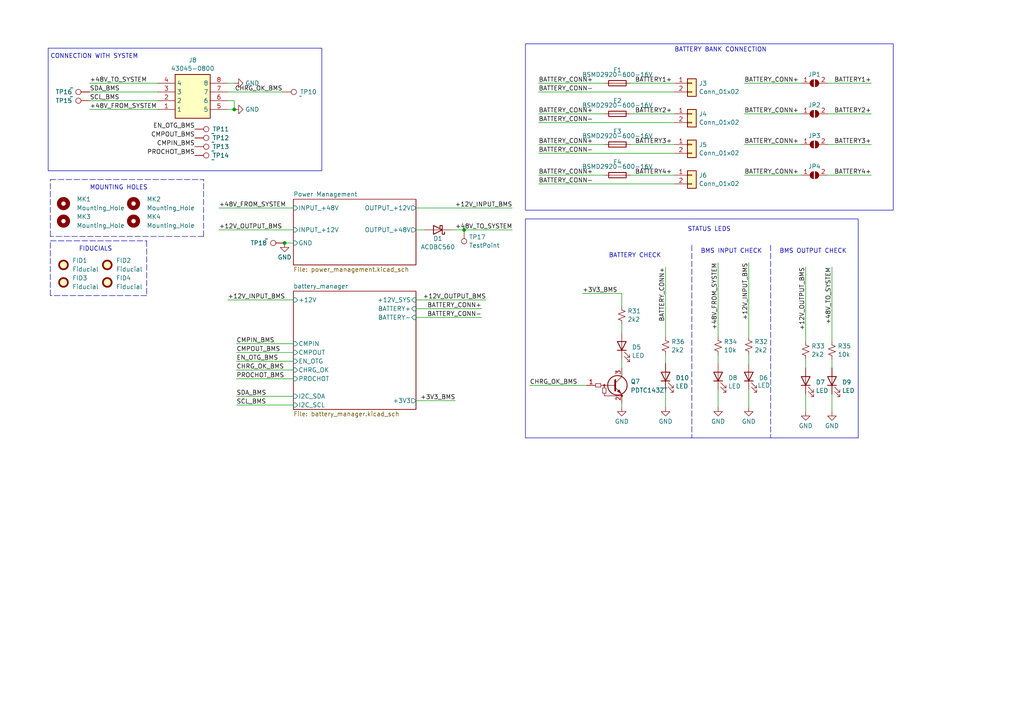
<source format=kicad_sch>
(kicad_sch (version 20230121) (generator eeschema)
  (paper "A4")
  (title_block (date "2023-08-11") (rev "1.0.0"))
  (lib_symbols
    (symbol "Connector:43045-0800"
      (property "Reference" "J" (at 16.51 7.62 0))
      (property "Value" "43045-0800" (at 16.51 5.08 0))
      (symbol "43045-0800_1_1"
        (rectangle (start 5.08 2.54) (end 15.24 -10.16) (stroke (width 0.254)) (fill (type background)))
        (pin passive line (at 0 -7.62 0) (length 5.08) (name "1") (number "1"))
        (pin passive line (at 0 -5.08 0) (length 5.08) (name "2") (number "2"))
        (pin passive line (at 0 -2.54 0) (length 5.08) (name "3") (number "3"))
        (pin passive line (at 0 0 0) (length 5.08) (name "4") (number "4"))
        (pin passive line (at 20.32 -7.62 180) (length 5.08) (name "5") (number "5"))
        (pin passive line (at 20.32 -5.08 180) (length 5.08) (name "6") (number "6"))
        (pin passive line (at 20.32 -2.54 180) (length 5.08) (name "7") (number "7"))
        (pin passive line (at 20.32 0 180) (length 5.08) (name "8") (number "8"))
      )
    )
    (symbol "Connector:TestPoint" (pin_numbers hide) (pin_names (offset 0.762) hide)
      (property "Reference" "TP" (at 0 6.858 0))
      (property "Value" "TestPoint" (at 0 5.08 0))
      (symbol "TestPoint_0_1"
        (circle (center 0 3.302) (radius 0.762))
      )
      (symbol "TestPoint_1_1"
        (pin passive line (at 0 0 90) (length 2.54) (name "1") (number "1"))
      )
    )
    (symbol "Connector_Generic:Conn_01x02" (pin_names (offset 1.016) hide)
      (property "Reference" "J" (at 0 2.54 0))
      (property "Value" "Conn_01x02" (at 0 -5.08 0))
      (symbol "Conn_01x02_1_1"
        (rectangle (start -1.27 -2.413) (end 0 -2.667) (stroke (width 0.1524)))
        (rectangle (start -1.27 0.127) (end 0 -0.127) (stroke (width 0.1524)))
        (rectangle (start -1.27 1.27) (end 1.27 -3.81) (stroke (width 0.254)) (fill (type background)))
        (pin passive line (at -5.08 0 0) (length 3.81) (name "Pin_1") (number "1"))
        (pin passive line (at -5.08 -2.54 0) (length 3.81) (name "Pin_2") (number "2"))
      )
    )
    (symbol "Device:D_Schottky" (pin_numbers hide) (pin_names (offset 1.016) hide)
      (property "Reference" "D" (at 0 2.54 0))
      (property "Value" "D_Schottky" (at 0 -2.54 0))
      (symbol "D_Schottky_0_1"
        (polyline (pts (xy 1.27 0) (xy -1.27 0)))
        (polyline (pts (xy 1.27 1.27) (xy 1.27 -1.27) (xy -1.27 0) (xy 1.27 1.27)) (stroke (width 0.254)))
        (polyline (pts (xy -1.905 0.635) (xy -1.905 1.27) (xy -1.27 1.27) (xy -1.27 -1.27) (xy -0.635 -1.27) (xy -0.635 -0.635)) (stroke (width 0.254)))
      )
      (symbol "D_Schottky_1_1"
        (pin passive line (at -3.81 0 0) (length 2.54) (name "K") (number "1"))
        (pin passive line (at 3.81 0 180) (length 2.54) (name "A") (number "2"))
      )
    )
    (symbol "Device:Fuse" (pin_numbers hide) (pin_names (offset 0))
      (property "Reference" "F" (at 2.032 0 90))
      (property "Value" "Fuse" (at -1.905 0 90))
      (symbol "Fuse_0_1"
        (rectangle (start -0.762 -2.54) (end 0.762 2.54) (stroke (width 0.254)))
        (polyline (pts (xy 0 2.54) (xy 0 -2.54)))
      )
      (symbol "Fuse_1_1"
        (pin passive line (at 0 3.81 270) (length 1.27) (name "~") (number "1"))
        (pin passive line (at 0 -3.81 90) (length 1.27) (name "~") (number "2"))
      )
    )
    (symbol "Device:LED" (pin_numbers hide) (pin_names (offset 1.016) hide)
      (property "Reference" "D" (at 0 2.54 0))
      (property "Value" "LED" (at 0 -2.54 0))
      (symbol "LED_0_1"
        (polyline (pts (xy -1.27 -1.27) (xy -1.27 1.27)) (stroke (width 0.254)))
        (polyline (pts (xy -1.27 0) (xy 1.27 0)))
        (polyline (pts (xy 1.27 -1.27) (xy 1.27 1.27) (xy -1.27 0) (xy 1.27 -1.27)) (stroke (width 0.254)))
        (polyline (pts (xy -3.048 -0.762) (xy -4.572 -2.286) (xy -3.81 -2.286) (xy -4.572 -2.286) (xy -4.572 -1.524)))
        (polyline (pts (xy -1.778 -0.762) (xy -3.302 -2.286) (xy -2.54 -2.286) (xy -3.302 -2.286) (xy -3.302 -1.524)))
      )
      (symbol "LED_1_1"
        (pin passive line (at -3.81 0 0) (length 2.54) (name "K") (number "1"))
        (pin passive line (at 3.81 0 180) (length 2.54) (name "A") (number "2"))
      )
    )
    (symbol "Device:Q_NPN_BEC_BRT" (pin_names hide)
      (property "Reference" "Q" (at 3.81 1.27 0))
      (property "Value" "Q_NPN_BEC_BRT" (at 3.81 -1.27 0))
      (symbol "Q_NPN_BEC_BRT_0_1"
        (rectangle (start -6.35 0.508) (end -4.826 -0.508))
        (rectangle (start -4.318 -2.286) (end -3.302 -0.762))
        (circle (center -3.81 0) (radius 0.254) (fill (type outline)))
        (polyline (pts (xy -3.81 -0.762) (xy -3.81 0)))
        (polyline (pts (xy -0.762 0) (xy -4.826 0)))
        (polyline (pts (xy -0.635 1.524) (xy -0.635 -1.524)) (stroke (width 0.508)))
        (polyline (pts (xy -3.81 -2.286) (xy -3.81 -3.048) (xy 1.27 -3.048)))
        (circle (center 1.27 -3.048) (radius 0.254) (fill (type outline)))
      )
      (symbol "Q_NPN_BEC_BRT_1_1"
        (polyline (pts (xy -0.635 0.635) (xy 1.27 2.54)))
        (polyline (pts (xy -0.635 -0.635) (xy 1.27 -2.54) (xy 1.27 -2.54)))
        (polyline (pts (xy 0 -1.778) (xy 0.508 -1.27) (xy 1.016 -2.286) (xy 0 -1.778) (xy 0 -1.778)) (fill (type outline)))
        (circle (center 0 0) (radius 2.8194) (stroke (width 0.254)))
        (pin input line (at -8.89 0 0) (length 2.54) (name "B") (number "1"))
        (pin passive line (at 1.27 -5.08 90) (length 2.54) (name "E") (number "2"))
        (pin passive line (at 1.27 5.08 270) (length 2.54) (name "C") (number "3"))
      )
    )
    (symbol "Device:R_Small_US" (pin_numbers hide) (pin_names (offset 0.254) hide)
      (property "Reference" "R" (at 0.762 0.508 0))
      (property "Value" "R_Small_US" (at 0.762 -1.016 0))
      (symbol "R_Small_US_1_1"
        (polyline (pts (xy 0 0) (xy 1.016 -0.381) (xy 0 -0.762) (xy -1.016 -1.143) (xy 0 -1.524)))
        (polyline (pts (xy 0 1.524) (xy 1.016 1.143) (xy 0 0.762) (xy -1.016 0.381) (xy 0 0)))
        (pin passive line (at 0 2.54 270) (length 1.016) (name "~") (number "1"))
        (pin passive line (at 0 -2.54 90) (length 1.016) (name "~") (number "2"))
      )
    )
    (symbol "Jumper:SolderJumper_2_Open" (pin_names (offset 0) hide)
      (property "Reference" "JP" (at 0 2.032 0))
      (property "Value" "SolderJumper_2_Open" (at 0 -2.54 0))
      (symbol "SolderJumper_2_Open_0_1"
        (arc (start -0.254 1.016) (mid -1.2656 0) (end -0.254 -1.016))
        (arc (start -0.254 1.016) (mid -1.2656 0) (end -0.254 -1.016) (fill (type outline)))
        (polyline (pts (xy -0.254 1.016) (xy -0.254 -1.016)))
        (polyline (pts (xy 0.254 1.016) (xy 0.254 -1.016)))
        (arc (start 0.254 -1.016) (mid 1.2656 0) (end 0.254 1.016))
        (arc (start 0.254 -1.016) (mid 1.2656 0) (end 0.254 1.016) (fill (type outline)))
      )
      (symbol "SolderJumper_2_Open_1_1"
        (pin passive line (at -3.81 0 0) (length 2.54) (name "A") (number "1"))
        (pin passive line (at 3.81 0 180) (length 2.54) (name "B") (number "2"))
      )
    )
    (symbol "Mechanical:Fiducial"
      (property "Reference" "FID" (at 0 5.08 0))
      (property "Value" "Fiducial" (at 0 3.175 0))
      (symbol "Fiducial_0_1"
        (circle (center 0 0) (radius 1.27) (stroke (width 0.508)) (fill (type background)))
      )
    )
    (symbol "mechanical:Mounting_Hole" (pin_names (offset 1.016))
      (property "Reference" "MK" (at 0 5.08 0))
      (property "Value" "Mounting_Hole" (at 0 3.175 0))
      (symbol "Mounting_Hole_0_1"
        (circle (center 0 0) (radius 1.27) (stroke (width 1.27)))
      )
    )
    (symbol "power:GND" (power) (pin_names (offset 0))
      (property "Value" "GND" (at 0 -3.81 0))
      (symbol "GND_0_1"
        (polyline (pts (xy 0 0) (xy 0 -1.27) (xy 1.27 -1.27) (xy 0 -2.54) (xy -1.27 -1.27) (xy 0 -1.27)))
      )
      (symbol "GND_1_1"
        (pin power_in line (at 0 0 270) (length 0) hide (name "GND") (number "1"))
      )
    )
  )
  (junction (at 134.62 66.675))
  (junction (at 67.945 31.75))
  (junction (at 82.55 70.485))
  (polyline (pts (xy 200.66 71.12) (xy 200.66 127)) (stroke (width 0) (type dash)))
  (wire (pts (xy 180.34 93.98) (xy 180.34 96.52)))
  (polyline (pts (xy 59.055 68.58) (xy 14.605 68.58)) (stroke (width 0) (type dash)))
  (wire (pts (xy 68.58 104.775) (xy 85.09 104.775)))
  (wire (pts (xy 208.28 102.87) (xy 208.28 105.41)))
  (wire (pts (xy 130.81 66.675) (xy 134.62 66.675)))
  (wire (pts (xy 182.88 41.91) (xy 195.58 41.91)))
  (wire (pts (xy 241.3 104.14) (xy 241.3 106.68)))
  (wire (pts (xy 120.65 116.205) (xy 132.08 116.205)))
  (wire (pts (xy 153.67 111.76) (xy 170.18 111.76)))
  (wire (pts (xy 156.21 24.13) (xy 175.26 24.13)))
  (wire (pts (xy 156.21 33.02) (xy 175.26 33.02)))
  (polyline (pts (xy 14.605 68.58) (xy 14.605 52.07)) (stroke (width 0) (type dash)))
  (wire (pts (xy 68.58 114.935) (xy 85.09 114.935)))
  (wire (pts (xy 156.21 50.8) (xy 175.26 50.8)))
  (wire (pts (xy 120.65 89.535) (xy 139.7 89.535)))
  (wire (pts (xy 240.03 50.8) (xy 252.73 50.8)))
  (wire (pts (xy 63.5 60.325) (xy 85.09 60.325)))
  (wire (pts (xy 120.65 92.075) (xy 139.7 92.075)))
  (wire (pts (xy 120.65 60.325) (xy 148.59 60.325)))
  (wire (pts (xy 68.58 109.855) (xy 85.09 109.855)))
  (wire (pts (xy 26.035 31.75) (xy 45.72 31.75)))
  (wire (pts (xy 180.34 116.84) (xy 180.34 118.11)))
  (wire (pts (xy 240.03 41.91) (xy 252.73 41.91)))
  (polyline (pts (xy 14.605 52.07) (xy 59.055 52.07)) (stroke (width 0) (type dash)))
  (wire (pts (xy 66.04 31.75) (xy 67.945 31.75)))
  (wire (pts (xy 241.3 77.47) (xy 241.3 99.06)))
  (polyline (pts (xy 14.605 69.85) (xy 42.545 69.85)) (stroke (width 0) (type dash)))
  (wire (pts (xy 195.58 44.45) (xy 156.21 44.45)))
  (wire (pts (xy 182.88 24.13) (xy 195.58 24.13)))
  (wire (pts (xy 66.04 24.13) (xy 67.945 24.13)))
  (wire (pts (xy 241.3 114.3) (xy 241.3 119.38)))
  (wire (pts (xy 156.21 35.56) (xy 195.58 35.56)))
  (wire (pts (xy 168.91 85.09) (xy 180.34 85.09)))
  (wire (pts (xy 195.58 26.67) (xy 156.21 26.67)))
  (wire (pts (xy 182.88 33.02) (xy 195.58 33.02)))
  (wire (pts (xy 66.04 29.21) (xy 67.945 29.21)))
  (wire (pts (xy 215.9 41.91) (xy 232.41 41.91)))
  (wire (pts (xy 240.03 24.13) (xy 252.73 24.13)))
  (wire (pts (xy 68.58 107.315) (xy 85.09 107.315)))
  (wire (pts (xy 68.58 117.475) (xy 85.09 117.475)))
  (wire (pts (xy 195.58 53.34) (xy 156.21 53.34)))
  (wire (pts (xy 193.04 102.87) (xy 193.04 105.41)))
  (wire (pts (xy 66.04 86.995) (xy 85.09 86.995)))
  (wire (pts (xy 193.04 77.47) (xy 193.04 97.79)))
  (wire (pts (xy 217.17 102.87) (xy 217.17 105.41)))
  (wire (pts (xy 26.035 26.67) (xy 45.72 26.67)))
  (wire (pts (xy 217.17 76.2) (xy 217.17 97.79)))
  (wire (pts (xy 208.28 113.03) (xy 208.28 118.11)))
  (wire (pts (xy 180.34 104.14) (xy 180.34 106.68)))
  (wire (pts (xy 215.9 24.13) (xy 232.41 24.13)))
  (polyline (pts (xy 223.52 71.12) (xy 223.52 127)) (stroke (width 0) (type dash)))
  (wire (pts (xy 217.17 113.03) (xy 217.17 118.11)))
  (wire (pts (xy 63.5 66.675) (xy 85.09 66.675)))
  (wire (pts (xy 233.68 114.3) (xy 233.68 119.38)))
  (wire (pts (xy 233.68 77.47) (xy 233.68 99.06)))
  (wire (pts (xy 134.62 66.675) (xy 148.59 66.675)))
  (wire (pts (xy 240.03 33.02) (xy 252.73 33.02)))
  (wire (pts (xy 120.65 66.675) (xy 123.19 66.675)))
  (wire (pts (xy 215.9 33.02) (xy 232.41 33.02)))
  (wire (pts (xy 82.55 70.485) (xy 85.09 70.485)))
  (wire (pts (xy 193.04 113.03) (xy 193.04 118.11)))
  (wire (pts (xy 120.65 86.995) (xy 140.97 86.995)))
  (polyline (pts (xy 59.055 68.58) (xy 59.055 52.07)) (stroke (width 0) (type dash)))
  (polyline (pts (xy 42.545 69.85) (xy 42.545 85.725)) (stroke (width 0) (type dash)))
  (polyline (pts (xy 42.545 85.725) (xy 14.605 85.725)) (stroke (width 0) (type dash)))
  (wire (pts (xy 182.88 50.8) (xy 195.58 50.8)))
  (wire (pts (xy 68.58 102.235) (xy 85.09 102.235)))
  (wire (pts (xy 66.04 26.67) (xy 81.915 26.67)))
  (wire (pts (xy 208.28 76.2) (xy 208.28 97.79)))
  (wire (pts (xy 26.035 29.21) (xy 45.72 29.21)))
  (polyline (pts (xy 14.605 85.725) (xy 14.605 69.85)) (stroke (width 0) (type dash)))
  (wire (pts (xy 67.945 29.21) (xy 67.945 31.75)))
  (wire (pts (xy 26.035 24.13) (xy 45.72 24.13)))
  (wire (pts (xy 156.21 41.91) (xy 175.26 41.91)))
  (wire (pts (xy 233.68 104.14) (xy 233.68 106.68)))
  (wire (pts (xy 215.9 50.8) (xy 232.41 50.8)))
  (wire (pts (xy 180.34 85.09) (xy 180.34 88.9)))
  (wire (pts (xy 68.58 99.695) (xy 85.09 99.695)))
  (rectangle (start 152.4 63.5) (end 248.92 127))
  (rectangle (start 152.4 12.7) (end 259.08 60.96))
  (rectangle (start 13.97 13.97) (end 93.345 49.53))
  (text "BMS INPUT CHECK" (at 203.2 73.66 0) (effects (font (size 1.27 1.27)) (justify left bottom)))
  (text "MOUNTING HOLES\n" (at 26.035 55.245 0) (effects (font (size 1.27 1.27)) (justify left bottom)))
  (text "BATTERY CHECK" (at 176.53 74.93 0) (effects (font (size 1.27 1.27)) (justify left bottom)))
  (text "CONNECTION WITH SYSTEM" (at 14.605 17.145 0) (effects (font (size 1.27 1.27)) (justify left bottom)))
  (text "FIDUCIALS\n" (at 22.86 73.025 0) (effects (font (size 1.27 1.27)) (justify left bottom)))
  (text "STATUS LEDS\n" (at 199.39 67.31 0) (effects (font (size 1.27 1.27)) (justify left bottom)))
  (text "BATTERY BANK CONNECTION" (at 195.58 15.24 0) (effects (font (size 1.27 1.27)) (justify left bottom)))
  (text "BMS OUTPUT CHECK" (at 226.06 73.66 0) (effects (font (size 1.27 1.27)) (justify left bottom)))
  (label "BATTERY_CONN+" (at 215.9 41.91 0))
  (label "BATTERY_CONN-" (at 156.21 26.67 0))
  (label "SDA_BMS" (at 26.035 26.67 0))
  (label "BATTERY_CONN+" (at 156.21 24.13 0))
  (label "BATTERY2+" (at 184.15 33.02 0))
  (label "BATTERY_CONN+" (at 156.21 33.02 0))
  (label "BATTERY1+" (at 184.15 24.13 0))
  (label "BATTERY_CONN+" (at 215.9 33.02 0))
  (label "BATTERY_CONN-" (at 156.21 53.34 0))
  (label "BATTERY_CONN+" (at 215.9 50.8 0))
  (label "BATTERY4+" (at 252.73 50.8 180))
  (label "PROCHOT_BMS" (at 56.515 45.085 180))
  (label "+12V_OUTPUT_BMS" (at 140.97 86.995 180))
  (label "+48V_TO_SYSTEM" (at 26.035 24.13 0))
  (label "CMPIN_BMS" (at 56.515 42.545 180))
  (label "CHRG_OK_BMS" (at 81.915 26.67 180))
  (label "+48V_FROM_SYSTEM" (at 63.5 60.325 0))
  (label "PROCHOT_BMS" (at 68.58 109.855 0))
  (label "SCL_BMS" (at 26.035 29.21 0))
  (label "CHRG_OK_BMS" (at 68.58 107.315 0))
  (label "CMPOUT_BMS" (at 56.515 40.005 180))
  (label "BATTERY2+" (at 252.73 33.02 180))
  (label "CMPOUT_BMS" (at 68.58 102.235 0))
  (label "+12V_INPUT_BMS" (at 217.17 76.2 270))
  (label "BATTERY_CONN-" (at 156.21 35.56 0))
  (label "BATTERY3+" (at 184.15 41.91 0))
  (label "CHRG_OK_BMS" (at 153.67 111.76 0))
  (label "BATTERY_CONN-" (at 156.21 44.45 0))
  (label "+48V_FROM_SYSTEM" (at 208.28 76.2 270))
  (label "+3V3_BMS" (at 132.08 116.205 180))
  (label "+48V_TO_SYSTEM" (at 148.59 66.675 180))
  (label "+48V_TO_SYSTEM" (at 241.3 77.47 270))
  (label "+3V3_BMS" (at 168.91 85.09 0))
  (label "BATTERY_CONN-" (at 139.7 92.075 180))
  (label "CMPIN_BMS" (at 68.58 99.695 0))
  (label "BATTERY_CONN+" (at 139.7 89.535 180))
  (label "EN_OTG_BMS" (at 68.58 104.775 0))
  (label "+48V_FROM_SYSTEM" (at 26.035 31.75 0))
  (label "SDA_BMS" (at 68.58 114.935 0))
  (label "+12V_INPUT_BMS" (at 148.59 60.325 180))
  (label "+12V_OUTPUT_BMS" (at 233.68 77.47 270))
  (label "SCL_BMS" (at 68.58 117.475 0))
  (label "BATTERY_CONN+" (at 156.21 41.91 0))
  (label "EN_OTG_BMS" (at 56.515 37.465 180))
  (label "BATTERY_CONN+" (at 156.21 50.8 0))
  (label "+12V_OUTPUT_BMS" (at 63.5 66.675 0))
  (label "BATTERY_CONN+" (at 193.04 77.47 270))
  (label "+12V_INPUT_BMS" (at 66.04 86.995 0))
  (label "BATTERY_CONN+" (at 215.9 24.13 0))
  (label "BATTERY4+" (at 184.15 50.8 0))
  (label "BATTERY1+" (at 252.73 24.13 180))
  (label "BATTERY3+" (at 252.73 41.91 180))
  (symbol (lib_id "Device:Fuse") (at 179.07 41.91 90) (unit 1)
    (property "Reference" "F3" (at 179.07 38.1 90))
    (property "Value" "BSMD2920-600-16V" (at 179.07 39.4279 90))
    (property "Footprint" "Fuse:BSMD2920" (effects hide))
    (property "LCSC Part" "C910847" (effects hide))
  )
  (symbol (lib_id "Connector_Generic:Conn_01x02") (at 200.66 41.91 0) (unit 1)
    (property "Reference" "J5" (at 202.692 41.9679 0) (effects (justify left)))
    (property "Value" "Conn_01x02" (at 202.692 44.3921 0) (effects (justify left)))
    (property "Footprint" "Connector:KF235-5.0-2P" (effects hide))
  )
  (symbol (lib_id "Device:R_Small_US") (at 241.3 101.6 0) (unit 1)
    (property "Reference" "R35" (at 242.951 100.3879 0) (effects (justify left)))
    (property "Value" "10k" (at 242.951 102.8121 0) (effects (justify left)))
    (property "Footprint" "Resistor_SMD:R_0402_1005Metric" (effects hide))
  )
  (symbol (lib_id "Mechanical:Fiducial") (at 18.415 81.915 0) (unit 1)
    (property "Reference" "FID3" (at 20.955 80.6449 0) (effects (justify left)))
    (property "Value" "Fiducial" (at 20.955 83.1849 0) (effects (justify left)))
    (property "Footprint" "Fiducial:Fiducial_1mm_Mask2mm" (effects hide))
  )
  (symbol (lib_id "mechanical:Mounting_Hole") (at 18.415 64.135 0) (unit 1)
    (property "Reference" "MK3" (at 22.225 62.8649 0) (effects (justify left)))
    (property "Value" "Mounting_Hole" (at 22.225 65.4049 0) (effects (justify left)))
    (property "Footprint" "MountingHole:MountingHole_4.3mm_M4" (effects hide))
  )
  (symbol (lib_id "Device:LED") (at 208.28 109.22 90) (unit 1)
    (property "Reference" "D8" (at 211.201 109.5954 90) (effects (justify right)))
    (property "Value" "LED" (at 211.201 112.0196 90) (effects (justify right)))
    (property "Footprint" "LED_SMD:LED_0603_1608Metric" (effects hide))
  )
  (symbol (lib_id "Device:R_Small_US") (at 208.28 100.33 0) (unit 1)
    (property "Reference" "R34" (at 209.931 99.1179 0) (effects (justify left)))
    (property "Value" "10k" (at 209.931 101.5421 0) (effects (justify left)))
    (property "Footprint" "Resistor_SMD:R_0402_1005Metric" (effects hide))
  )
  (symbol (lib_id "power:GND") (at 217.17 118.11 0) (unit 1)
    (property "Reference" "#PWR043" (effects hide))
    (property "Value" "GND" (at 217.17 122.2431 0))
  )
  (symbol (lib_id "Connector:TestPoint") (at 26.035 26.67 90) (unit 1)
    (property "Reference" "TP16" (at 20.955 26.67 90) (effects (justify left)))
    (property "Value" "~" (at 21.336 25.4579 90) (effects (justify left)))
    (property "Footprint" "TestPoint:TestPoint_Pad_D1.0mm" (effects hide))
  )
  (symbol (lib_id "Connector:43045-0800") (at 45.72 24.13 0) (unit 1)
    (property "Reference" "J8" (at 55.88 17.4457 0))
    (property "Value" "43045-0800" (at 55.88 19.8699 0))
    (property "Footprint" "Connector_Molex:43045-08_00,01,02,10_" (effects hide))
    (property "Datasheet" "https://www.molex.com/pdm_docs/sd/430450200_sd.pdf" (effects hide))
    (property "Height" "8.77" (effects hide))
    (property "Mouser Part Number" "538-43045-0800" (effects hide))
    (property "Mouser Price/Stock" "https://www.mouser.co.uk/ProductDetail/Molex/43045-0800?qs=MGlPTwjtJ4Z70Z3DbkGxKw%3D%3D" (effects hide))
    (property "Manufacturer_Name" "Molex" (effects hide))
    (property "Manufacturer_Part_Number" "43045-0800" (effects hide))
  )
  (symbol (lib_id "power:GND") (at 180.34 118.11 0) (unit 1)
    (property "Reference" "#PWR042" (effects hide))
    (property "Value" "GND" (at 180.34 122.2431 0))
  )
  (symbol (lib_id "Mechanical:Fiducial") (at 31.115 76.835 0) (unit 1)
    (property "Reference" "FID2" (at 33.655 75.5649 0) (effects (justify left)))
    (property "Value" "Fiducial" (at 33.655 78.1049 0) (effects (justify left)))
    (property "Footprint" "Fiducial:Fiducial_1mm_Mask2mm" (effects hide))
  )
  (symbol (lib_id "Device:LED") (at 233.68 110.49 90) (unit 1)
    (property "Reference" "D7" (at 236.601 110.8654 90) (effects (justify right)))
    (property "Value" "LED" (at 236.601 113.2896 90) (effects (justify right)))
    (property "Footprint" "LED_SMD:LED_0603_1608Metric" (effects hide))
  )
  (symbol (lib_id "Connector_Generic:Conn_01x02") (at 200.66 33.02 0) (unit 1)
    (property "Reference" "J4" (at 202.692 33.0779 0) (effects (justify left)))
    (property "Value" "Conn_01x02" (at 202.692 35.5021 0) (effects (justify left)))
    (property "Footprint" "Connector:KF235-5.0-2P" (effects hide))
  )
  (symbol (lib_id "Device:LED") (at 241.3 110.49 90) (unit 1)
    (property "Reference" "D9" (at 244.221 110.8654 90) (effects (justify right)))
    (property "Value" "LED" (at 244.221 113.2896 90) (effects (justify right)))
    (property "Footprint" "LED_SMD:LED_0603_1608Metric" (effects hide))
  )
  (symbol (lib_id "power:GND") (at 208.28 118.11 0) (unit 1)
    (property "Reference" "#PWR045" (effects hide))
    (property "Value" "GND" (at 208.28 122.2431 0))
  )
  (symbol (lib_id "Device:R_Small_US") (at 233.68 101.6 0) (unit 1)
    (property "Reference" "R33" (at 235.331 100.3879 0) (effects (justify left)))
    (property "Value" "2k2" (at 235.331 102.8121 0) (effects (justify left)))
    (property "Footprint" "Resistor_SMD:R_0402_1005Metric" (effects hide))
  )
  (symbol (lib_id "mechanical:Mounting_Hole") (at 38.735 59.055 0) (unit 1)
    (property "Reference" "MK2" (at 42.545 57.7849 0) (effects (justify left)))
    (property "Value" "Mounting_Hole" (at 42.545 60.3249 0) (effects (justify left)))
    (property "Footprint" "MountingHole:MountingHole_4.3mm_M4" (effects hide))
  )
  (symbol (lib_id "Device:Q_NPN_BEC_BRT") (at 179.07 111.76 0) (unit 1)
    (property "Reference" "Q7" (at 182.88 110.6677 0) (effects (justify left)))
    (property "Value" "PDTC143ZT" (at 182.88 113.2077 0) (effects (justify left)))
    (property "Footprint" "Package_TO_SOT_SMD:SOT-23" (effects hide))
    (property "Datasheet" "https://datasheet.lcsc.com/lcsc/2004282206_Nexperia-PDTC143ZT-215_C426852.pdf" (effects hide))
  )
  (symbol (lib_id "Connector:TestPoint") (at 134.62 66.675 180) (unit 1)
    (property "Reference" "TP17" (at 136.017 68.7649 0) (effects (justify right)))
    (property "Value" "TestPoint" (at 136.017 71.1891 0) (effects (justify right)))
    (property "Footprint" "TestPoint:TestPoint_Pad_D1.0mm" (effects hide))
  )
  (symbol (lib_id "Device:R_Small_US") (at 217.17 100.33 0) (unit 1)
    (property "Reference" "R32" (at 218.821 99.1179 0) (effects (justify left)))
    (property "Value" "2k2" (at 218.821 101.5421 0) (effects (justify left)))
    (property "Footprint" "Resistor_SMD:R_0402_1005Metric" (effects hide))
  )
  (symbol (lib_id "Connector:TestPoint") (at 56.515 42.545 270) (unit 1)
    (property "Reference" "TP13" (at 61.595 42.545 90) (effects (justify left)))
    (property "Value" "~" (at 61.214 43.7571 90) (effects (justify left)))
    (property "Footprint" "TestPoint:TestPoint_Pad_D1.0mm" (effects hide))
  )
  (symbol (lib_id "power:GND") (at 233.68 119.38 0) (unit 1)
    (property "Reference" "#PWR044" (effects hide))
    (property "Value" "GND" (at 233.68 123.5131 0))
  )
  (symbol (lib_id "mechanical:Mounting_Hole") (at 18.415 59.055 0) (unit 1)
    (property "Reference" "MK1" (at 22.225 57.7849 0) (effects (justify left)))
    (property "Value" "Mounting_Hole" (at 22.225 60.3249 0) (effects (justify left)))
    (property "Footprint" "MountingHole:MountingHole_4.3mm_M4" (effects hide))
  )
  (symbol (lib_id "Device:LED") (at 217.17 109.22 90) (unit 1)
    (property "Reference" "D6" (at 220.091 109.5954 90) (effects (justify right)))
    (property "Value" "LED" (at 219.71 111.76 90) (effects (justify right)))
    (property "Footprint" "LED_SMD:LED_0603_1608Metric" (effects hide))
  )
  (symbol (lib_id "Jumper:SolderJumper_2_Open") (at 236.22 41.91 0) (unit 1)
    (property "Reference" "JP3" (at 236.22 39.37 0))
    (property "Value" "~" (at 236.22 39.3009 0))
    (property "Footprint" "Jumper:SolderJumper-2_P1.3mm_Open_RoundedPad1.0x1.5mm" (effects hide))
  )
  (symbol (lib_id "Device:D_Schottky") (at 127 66.675 180) (unit 1)
    (property "Reference" "D1" (at 127 69.215 0))
    (property "Value" "ACDBC560" (at 127 71.6392 0))
    (property "Footprint" "Diode_SMD:D_SMC" (effects hide))
  )
  (symbol (lib_id "Device:R_Small_US") (at 193.04 100.33 0) (unit 1)
    (property "Reference" "R36" (at 194.691 99.1179 0) (effects (justify left)))
    (property "Value" "2k2" (at 194.691 101.5421 0) (effects (justify left)))
    (property "Footprint" "Resistor_SMD:R_0402_1005Metric" (effects hide))
  )
  (symbol (lib_id "Connector:TestPoint") (at 56.515 40.005 270) (unit 1)
    (property "Reference" "TP12" (at 61.595 40.005 90) (effects (justify left)))
    (property "Value" "~" (at 61.214 41.2171 90) (effects (justify left)))
    (property "Footprint" "TestPoint:TestPoint_Pad_D1.0mm" (effects hide))
  )
  (symbol (lib_id "power:GND") (at 241.3 119.38 0) (unit 1)
    (property "Reference" "#PWR046" (effects hide))
    (property "Value" "GND" (at 241.3 123.5131 0))
  )
  (symbol (lib_id "power:GND") (at 193.04 118.11 0) (unit 1)
    (property "Reference" "#PWR047" (effects hide))
    (property "Value" "GND" (at 193.04 122.2431 0))
  )
  (symbol (lib_id "Connector:TestPoint") (at 26.035 29.21 90) (unit 1)
    (property "Reference" "TP15" (at 20.955 29.21 90) (effects (justify left)))
    (property "Value" "~" (at 21.336 27.9979 90) (effects (justify left)))
    (property "Footprint" "TestPoint:TestPoint_Pad_D1.0mm" (effects hide))
  )
  (symbol (lib_id "Connector_Generic:Conn_01x02") (at 200.66 24.13 0) (unit 1)
    (property "Reference" "J3" (at 202.692 24.1879 0) (effects (justify left)))
    (property "Value" "Conn_01x02" (at 202.692 26.6121 0) (effects (justify left)))
    (property "Footprint" "Connector:KF235-5.0-2P" (effects hide))
  )
  (symbol (lib_id "power:GND") (at 67.945 24.13 90) (unit 1)
    (property "Reference" "#PWR051" (effects hide))
    (property "Value" "GND" (at 71.12 24.13 90) (effects (justify right)))
  )
  (symbol (lib_id "Jumper:SolderJumper_2_Open") (at 236.22 24.13 0) (unit 1)
    (property "Reference" "JP1" (at 236.22 21.59 0))
    (property "Value" "~" (at 236.22 21.5209 0))
    (property "Footprint" "Jumper:SolderJumper-2_P1.3mm_Open_RoundedPad1.0x1.5mm" (effects hide))
  )
  (symbol (lib_id "power:GND") (at 67.945 31.75 90) (unit 1)
    (property "Reference" "#PWR052" (effects hide))
    (property "Value" "GND" (at 71.12 31.75 90) (effects (justify right)))
  )
  (symbol (lib_id "Device:Fuse") (at 179.07 33.02 90) (unit 1)
    (property "Reference" "F2" (at 179.07 29.21 90))
    (property "Value" "BSMD2920-600-16V" (at 179.07 30.5379 90))
    (property "Footprint" "Fuse:BSMD2920" (effects hide))
    (property "LCSC Part" "C910847" (effects hide))
  )
  (symbol (lib_id "mechanical:Mounting_Hole") (at 38.735 64.135 0) (unit 1)
    (property "Reference" "MK4" (at 42.545 62.8649 0) (effects (justify left)))
    (property "Value" "Mounting_Hole" (at 42.545 65.4049 0) (effects (justify left)))
    (property "Footprint" "MountingHole:MountingHole_4.3mm_M4" (effects hide))
  )
  (symbol (lib_id "Jumper:SolderJumper_2_Open") (at 236.22 33.02 0) (unit 1)
    (property "Reference" "JP2" (at 236.22 30.48 0))
    (property "Value" "~" (at 236.22 30.4109 0))
    (property "Footprint" "Jumper:SolderJumper-2_P1.3mm_Open_RoundedPad1.0x1.5mm" (effects hide))
  )
  (symbol (lib_id "Device:Fuse") (at 179.07 50.8 90) (unit 1)
    (property "Reference" "F4" (at 179.07 46.99 90))
    (property "Value" "BSMD2920-600-16V" (at 179.07 48.3179 90))
    (property "Footprint" "Fuse:BSMD2920" (effects hide))
    (property "LCSC Part" "C910847" (effects hide))
  )
  (symbol (lib_id "Mechanical:Fiducial") (at 31.115 81.915 0) (unit 1)
    (property "Reference" "FID4" (at 33.655 80.6449 0) (effects (justify left)))
    (property "Value" "Fiducial" (at 33.655 83.1849 0) (effects (justify left)))
    (property "Footprint" "Fiducial:Fiducial_1mm_Mask2mm" (effects hide))
  )
  (symbol (lib_id "Device:Fuse") (at 179.07 24.13 90) (unit 1)
    (property "Reference" "F1" (at 179.07 20.32 90))
    (property "Value" "BSMD2920-600-16V" (at 179.07 21.6479 90))
    (property "Footprint" "Fuse:BSMD2920" (effects hide))
    (property "LCSC Part" "C910847" (effects hide))
  )
  (symbol (lib_id "power:GND") (at 82.55 70.485 0) (unit 1)
    (property "Reference" "#PWR034" (effects hide))
    (property "Value" "GND" (at 82.55 74.6181 0))
  )
  (symbol (lib_id "Connector:TestPoint") (at 81.915 26.67 270) (unit 1)
    (property "Reference" "TP10" (at 86.995 26.67 90) (effects (justify left)))
    (property "Value" "~" (at 86.614 27.8821 90) (effects (justify left)))
    (property "Footprint" "TestPoint:TestPoint_Pad_D1.0mm" (effects hide))
  )
  (symbol (lib_id "Device:LED") (at 193.04 109.22 90) (unit 1)
    (property "Reference" "D10" (at 195.961 109.5954 90) (effects (justify right)))
    (property "Value" "LED" (at 195.961 112.0196 90) (effects (justify right)))
    (property "Footprint" "LED_SMD:LED_0603_1608Metric" (effects hide))
  )
  (symbol (lib_id "Device:R_Small_US") (at 180.34 91.44 0) (unit 1)
    (property "Reference" "R31" (at 181.991 90.2279 0) (effects (justify left)))
    (property "Value" "2k2" (at 181.991 92.6521 0) (effects (justify left)))
    (property "Footprint" "Resistor_SMD:R_0402_1005Metric" (effects hide))
  )
  (symbol (lib_id "Jumper:SolderJumper_2_Open") (at 236.22 50.8 0) (unit 1)
    (property "Reference" "JP4" (at 236.22 48.26 0))
    (property "Value" "~" (at 236.22 48.1909 0))
    (property "Footprint" "Jumper:SolderJumper-2_P1.3mm_Open_RoundedPad1.0x1.5mm" (effects hide))
  )
  (symbol (lib_id "Connector_Generic:Conn_01x02") (at 200.66 50.8 0) (unit 1)
    (property "Reference" "J6" (at 202.692 50.8579 0) (effects (justify left)))
    (property "Value" "Conn_01x02" (at 202.692 53.2821 0) (effects (justify left)))
    (property "Footprint" "Connector:KF235-5.0-2P" (effects hide))
  )
  (symbol (lib_id "Device:LED") (at 180.34 100.33 90) (unit 1)
    (property "Reference" "D5" (at 183.261 100.7054 90) (effects (justify right)))
    (property "Value" "LED" (at 183.261 103.1296 90) (effects (justify right)))
    (property "Footprint" "LED_SMD:LED_0603_1608Metric" (effects hide))
  )
  (symbol (lib_id "Mechanical:Fiducial") (at 18.415 76.835 0) (unit 1)
    (property "Reference" "FID1" (at 20.955 75.5649 0) (effects (justify left)))
    (property "Value" "Fiducial" (at 20.955 78.1049 0) (effects (justify left)))
    (property "Footprint" "Fiducial:Fiducial_1mm_Mask2mm" (effects hide))
  )
  (symbol (lib_id "Connector:TestPoint") (at 56.515 45.085 270) (unit 1)
    (property "Reference" "TP14" (at 61.595 45.085 90) (effects (justify left)))
    (property "Value" "~" (at 61.214 46.2971 90) (effects (justify left)))
    (property "Footprint" "TestPoint:TestPoint_Pad_D1.0mm" (effects hide))
  )
  (symbol (lib_id "Connector:TestPoint") (at 82.55 70.485 90) (unit 1)
    (property "Reference" "TP18" (at 77.47 70.485 90) (effects (justify left)))
    (property "Value" "~" (at 77.851 69.2729 90) (effects (justify left)))
    (property "Footprint" "TestPoint:TestPoint_Pad_D1.0mm" (effects hide))
  )
  (symbol (lib_id "Connector:TestPoint") (at 56.515 37.465 270) (unit 1)
    (property "Reference" "TP11" (at 61.595 37.465 90) (effects (justify left)))
    (property "Value" "~" (at 61.214 38.6771 90) (effects (justify left)))
    (property "Footprint" "TestPoint:TestPoint_Pad_D1.0mm" (effects hide))
  )
  (sheet (at 85.09 57.785) (size 35.56 19.05) (stroke (width 0.1524))
    (property "Sheetname" "Power Management" (at 85.09 57.0734 0) (effects (justify left bottom)))
    (property "Sheetfile" "power_management.kicad_sch" (at 85.09 77.4196 0) (effects (justify left top)))
    (pin "INPUT_+12V" input (at 85.09 66.675 180))
    (pin "INPUT_+48V" input (at 85.09 60.325 180))
    (pin "OUTPUT_+48V" output (at 120.65 66.675 0))
    (pin "OUTPUT_+12V" output (at 120.65 60.325 0))
    (pin "GND" input (at 85.09 70.485 180))
  )
  (sheet (at 85.09 84.455) (size 35.56 34.29) (stroke (width 0.1524))
    (property "Sheetname" "battery_manager" (at 85.09 83.7434 0) (effects (justify left bottom)))
    (property "Sheetfile" "battery_manager.kicad_sch" (at 85.09 119.3296 0) (effects (justify left top)))
    (pin "EN_OTG" input (at 85.09 104.775 180))
    (pin "CMPOUT" input (at 85.09 102.235 180))
    (pin "CMPIN" input (at 85.09 99.695 180))
    (pin "I2C_SCL" input (at 85.09 117.475 180))
    (pin "I2C_SDA" input (at 85.09 114.935 180))
    (pin "CHRG_OK" input (at 85.09 107.315 180))
    (pin "BATTERY+" input (at 120.65 89.535 0))
    (pin "BATTERY-" input (at 120.65 92.075 0))
    (pin "+12V_SYS" input (at 120.65 86.995 0))
    (pin "+12V" input (at 85.09 86.995 180))
    (pin "PROCHOT" input (at 85.09 109.855 180))
    (pin "+3V3" output (at 120.65 116.205 0))
  )
)
</source>
